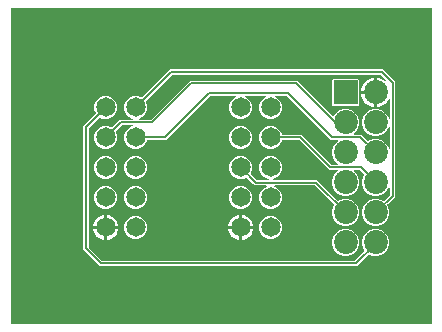
<source format=gbr>
G04 EAGLE Gerber X2 export*
%TF.Part,Single*%
%TF.FileFunction,Copper,L2,Bot,Mixed*%
%TF.FilePolarity,Positive*%
%TF.GenerationSoftware,Autodesk,EAGLE,8.6.3*%
%TF.CreationDate,2023-09-30T00:22:19Z*%
G75*
%MOMM*%
%FSLAX34Y34*%
%LPD*%
%AMOC8*
5,1,8,0,0,1.08239X$1,22.5*%
G01*
%ADD10C,1.650000*%
%ADD11R,2.025000X2.025000*%
%ADD12C,2.025000*%
%ADD13C,0.152400*%

G36*
X330208Y-25898D02*
X330208Y-25898D01*
X330217Y-25899D01*
X330305Y-25878D01*
X330395Y-25860D01*
X330402Y-25855D01*
X330410Y-25853D01*
X330483Y-25799D01*
X330559Y-25747D01*
X330563Y-25740D01*
X330570Y-25735D01*
X330617Y-25657D01*
X330666Y-25580D01*
X330667Y-25571D01*
X330672Y-25564D01*
X330699Y-25400D01*
X330699Y241300D01*
X330698Y241308D01*
X330699Y241317D01*
X330678Y241405D01*
X330660Y241495D01*
X330655Y241502D01*
X330653Y241510D01*
X330599Y241583D01*
X330547Y241659D01*
X330540Y241663D01*
X330535Y241670D01*
X330457Y241717D01*
X330380Y241766D01*
X330371Y241767D01*
X330364Y241772D01*
X330200Y241799D01*
X-25400Y241799D01*
X-25408Y241798D01*
X-25417Y241799D01*
X-25505Y241778D01*
X-25595Y241760D01*
X-25602Y241755D01*
X-25610Y241753D01*
X-25684Y241699D01*
X-25759Y241647D01*
X-25763Y241640D01*
X-25770Y241635D01*
X-25817Y241557D01*
X-25866Y241480D01*
X-25867Y241471D01*
X-25872Y241464D01*
X-25899Y241300D01*
X-25899Y-25400D01*
X-25898Y-25408D01*
X-25899Y-25417D01*
X-25878Y-25505D01*
X-25860Y-25595D01*
X-25855Y-25602D01*
X-25853Y-25610D01*
X-25799Y-25683D01*
X-25747Y-25759D01*
X-25740Y-25763D01*
X-25735Y-25770D01*
X-25657Y-25817D01*
X-25580Y-25866D01*
X-25571Y-25867D01*
X-25564Y-25872D01*
X-25400Y-25899D01*
X330200Y-25899D01*
X330208Y-25898D01*
G37*
%LPC*%
G36*
X280893Y56930D02*
X280893Y56930D01*
X276611Y58704D01*
X273334Y61981D01*
X271560Y66263D01*
X271560Y70897D01*
X273334Y75179D01*
X276611Y78456D01*
X280893Y80230D01*
X285527Y80230D01*
X289531Y78571D01*
X289542Y78569D01*
X289551Y78564D01*
X289639Y78550D01*
X289727Y78533D01*
X289737Y78535D01*
X289747Y78534D01*
X289834Y78556D01*
X289921Y78574D01*
X289930Y78580D01*
X289940Y78583D01*
X290075Y78679D01*
X295128Y83732D01*
X295135Y83743D01*
X295145Y83750D01*
X295190Y83825D01*
X295238Y83898D01*
X295240Y83910D01*
X295247Y83921D01*
X295274Y84085D01*
X295274Y90154D01*
X295274Y90156D01*
X295274Y90158D01*
X295254Y90252D01*
X295235Y90349D01*
X295233Y90350D01*
X295233Y90352D01*
X295177Y90433D01*
X295122Y90512D01*
X295120Y90514D01*
X295119Y90515D01*
X295036Y90567D01*
X294955Y90619D01*
X294952Y90620D01*
X294951Y90621D01*
X294855Y90636D01*
X294758Y90653D01*
X294756Y90652D01*
X294754Y90652D01*
X294660Y90629D01*
X294565Y90607D01*
X294563Y90605D01*
X294561Y90605D01*
X294482Y90545D01*
X294405Y90489D01*
X294404Y90487D01*
X294402Y90486D01*
X294314Y90345D01*
X293086Y87381D01*
X289809Y84104D01*
X285527Y82330D01*
X280893Y82330D01*
X276611Y84104D01*
X273334Y87381D01*
X271560Y91663D01*
X271560Y96297D01*
X273219Y100301D01*
X273221Y100312D01*
X273226Y100321D01*
X273240Y100409D01*
X273257Y100497D01*
X273255Y100507D01*
X273256Y100517D01*
X273234Y100604D01*
X273216Y100691D01*
X273210Y100700D01*
X273207Y100710D01*
X273111Y100845D01*
X269709Y104247D01*
X269698Y104254D01*
X269691Y104264D01*
X269616Y104309D01*
X269543Y104357D01*
X269531Y104359D01*
X269520Y104366D01*
X269356Y104393D01*
X265077Y104393D01*
X265073Y104392D01*
X265069Y104393D01*
X264976Y104373D01*
X264882Y104354D01*
X264879Y104351D01*
X264875Y104350D01*
X264797Y104295D01*
X264718Y104241D01*
X264716Y104238D01*
X264713Y104235D01*
X264663Y104154D01*
X264611Y104074D01*
X264611Y104069D01*
X264608Y104066D01*
X264594Y103972D01*
X264578Y103877D01*
X264579Y103873D01*
X264579Y103869D01*
X264602Y103777D01*
X264624Y103684D01*
X264627Y103681D01*
X264628Y103677D01*
X264724Y103541D01*
X267686Y100579D01*
X269460Y96297D01*
X269460Y91663D01*
X267686Y87381D01*
X264409Y84104D01*
X260127Y82330D01*
X255493Y82330D01*
X251211Y84104D01*
X247934Y87381D01*
X246160Y91663D01*
X246160Y96297D01*
X247934Y100579D01*
X250896Y103541D01*
X250898Y103545D01*
X250902Y103547D01*
X250953Y103627D01*
X251006Y103707D01*
X251006Y103711D01*
X251009Y103714D01*
X251024Y103808D01*
X251042Y103902D01*
X251041Y103906D01*
X251042Y103911D01*
X251020Y104002D01*
X250999Y104096D01*
X250997Y104100D01*
X250996Y104104D01*
X250940Y104180D01*
X250884Y104259D01*
X250880Y104261D01*
X250878Y104264D01*
X250796Y104313D01*
X250715Y104363D01*
X250710Y104363D01*
X250707Y104366D01*
X250543Y104393D01*
X244036Y104393D01*
X218782Y129647D01*
X218771Y129654D01*
X218764Y129664D01*
X218689Y129709D01*
X218616Y129757D01*
X218604Y129759D01*
X218593Y129766D01*
X218429Y129793D01*
X204276Y129793D01*
X204266Y129791D01*
X204256Y129793D01*
X204169Y129772D01*
X204082Y129754D01*
X204073Y129748D01*
X204063Y129745D01*
X203991Y129692D01*
X203918Y129641D01*
X203912Y129632D01*
X203904Y129626D01*
X203815Y129485D01*
X202597Y126543D01*
X199847Y123793D01*
X196254Y122305D01*
X192366Y122305D01*
X188773Y123793D01*
X186023Y126543D01*
X184535Y130136D01*
X184535Y134024D01*
X186023Y137617D01*
X188773Y140367D01*
X192366Y141855D01*
X196254Y141855D01*
X199847Y140367D01*
X202597Y137617D01*
X203815Y134675D01*
X203821Y134666D01*
X203824Y134656D01*
X203876Y134584D01*
X203926Y134510D01*
X203935Y134504D01*
X203941Y134496D01*
X204018Y134451D01*
X204093Y134402D01*
X204103Y134400D01*
X204112Y134394D01*
X204276Y134367D01*
X220530Y134367D01*
X245784Y109113D01*
X245795Y109106D01*
X245802Y109096D01*
X245877Y109051D01*
X245950Y109003D01*
X245962Y109001D01*
X245973Y108994D01*
X246137Y108967D01*
X250543Y108967D01*
X250547Y108968D01*
X250551Y108967D01*
X250644Y108987D01*
X250738Y109006D01*
X250741Y109009D01*
X250745Y109010D01*
X250823Y109065D01*
X250902Y109119D01*
X250904Y109122D01*
X250907Y109125D01*
X250957Y109206D01*
X251009Y109286D01*
X251009Y109291D01*
X251012Y109294D01*
X251026Y109388D01*
X251042Y109483D01*
X251041Y109487D01*
X251041Y109491D01*
X251018Y109583D01*
X250996Y109676D01*
X250993Y109679D01*
X250992Y109683D01*
X250896Y109819D01*
X247934Y112781D01*
X246160Y117063D01*
X246160Y121697D01*
X247934Y125979D01*
X251023Y129068D01*
X251025Y129072D01*
X251029Y129074D01*
X251080Y129154D01*
X251133Y129234D01*
X251133Y129238D01*
X251136Y129241D01*
X251151Y129334D01*
X251169Y129429D01*
X251168Y129433D01*
X251169Y129438D01*
X251147Y129529D01*
X251126Y129623D01*
X251124Y129627D01*
X251123Y129631D01*
X251067Y129707D01*
X251011Y129786D01*
X251007Y129788D01*
X251005Y129791D01*
X250923Y129840D01*
X250842Y129890D01*
X250837Y129890D01*
X250834Y129893D01*
X250670Y129920D01*
X245179Y129920D01*
X207987Y167112D01*
X207976Y167119D01*
X207969Y167129D01*
X207894Y167174D01*
X207821Y167222D01*
X207809Y167224D01*
X207798Y167231D01*
X207634Y167258D01*
X198756Y167258D01*
X198754Y167258D01*
X198752Y167258D01*
X198657Y167238D01*
X198561Y167219D01*
X198559Y167217D01*
X198557Y167217D01*
X198476Y167161D01*
X198397Y167106D01*
X198396Y167104D01*
X198394Y167103D01*
X198342Y167020D01*
X198290Y166939D01*
X198289Y166936D01*
X198288Y166935D01*
X198273Y166839D01*
X198257Y166742D01*
X198257Y166740D01*
X198257Y166738D01*
X198280Y166644D01*
X198303Y166549D01*
X198304Y166547D01*
X198304Y166545D01*
X198364Y166466D01*
X198421Y166389D01*
X198422Y166388D01*
X198424Y166386D01*
X198565Y166298D01*
X199847Y165767D01*
X202597Y163017D01*
X204085Y159424D01*
X204085Y155536D01*
X202597Y151943D01*
X199847Y149193D01*
X196254Y147705D01*
X192366Y147705D01*
X188773Y149193D01*
X186023Y151943D01*
X184535Y155536D01*
X184535Y159424D01*
X186023Y163017D01*
X188773Y165767D01*
X190055Y166298D01*
X190057Y166299D01*
X190059Y166299D01*
X190139Y166354D01*
X190220Y166409D01*
X190221Y166411D01*
X190223Y166412D01*
X190275Y166493D01*
X190329Y166576D01*
X190329Y166578D01*
X190330Y166579D01*
X190346Y166675D01*
X190363Y166771D01*
X190363Y166773D01*
X190363Y166776D01*
X190341Y166869D01*
X190319Y166965D01*
X190318Y166967D01*
X190317Y166969D01*
X190260Y167046D01*
X190202Y167126D01*
X190201Y167127D01*
X190199Y167129D01*
X190116Y167178D01*
X190032Y167229D01*
X190030Y167229D01*
X190028Y167231D01*
X189864Y167258D01*
X173356Y167258D01*
X173354Y167258D01*
X173352Y167258D01*
X173257Y167238D01*
X173161Y167219D01*
X173159Y167217D01*
X173157Y167217D01*
X173076Y167161D01*
X172997Y167106D01*
X172996Y167104D01*
X172994Y167103D01*
X172942Y167020D01*
X172890Y166939D01*
X172889Y166936D01*
X172888Y166935D01*
X172873Y166839D01*
X172857Y166742D01*
X172857Y166740D01*
X172857Y166738D01*
X172880Y166644D01*
X172903Y166549D01*
X172904Y166547D01*
X172904Y166545D01*
X172964Y166466D01*
X173021Y166389D01*
X173022Y166388D01*
X173024Y166386D01*
X173165Y166298D01*
X174447Y165767D01*
X177197Y163017D01*
X178685Y159424D01*
X178685Y155536D01*
X177197Y151943D01*
X174447Y149193D01*
X170854Y147705D01*
X166966Y147705D01*
X163373Y149193D01*
X160623Y151943D01*
X159135Y155536D01*
X159135Y159424D01*
X160623Y163017D01*
X163373Y165767D01*
X164655Y166298D01*
X164657Y166299D01*
X164659Y166299D01*
X164739Y166354D01*
X164820Y166409D01*
X164821Y166411D01*
X164823Y166412D01*
X164875Y166493D01*
X164929Y166576D01*
X164929Y166578D01*
X164930Y166579D01*
X164946Y166675D01*
X164963Y166771D01*
X164963Y166773D01*
X164963Y166776D01*
X164941Y166869D01*
X164919Y166965D01*
X164918Y166967D01*
X164917Y166969D01*
X164860Y167046D01*
X164802Y167126D01*
X164801Y167127D01*
X164799Y167129D01*
X164716Y167178D01*
X164632Y167229D01*
X164630Y167229D01*
X164628Y167231D01*
X164464Y167258D01*
X143267Y167258D01*
X143255Y167256D01*
X143242Y167258D01*
X143158Y167236D01*
X143072Y167219D01*
X143062Y167212D01*
X143050Y167208D01*
X142914Y167112D01*
X105595Y129793D01*
X89976Y129793D01*
X89966Y129791D01*
X89956Y129793D01*
X89869Y129772D01*
X89782Y129754D01*
X89773Y129748D01*
X89763Y129745D01*
X89691Y129692D01*
X89618Y129641D01*
X89612Y129632D01*
X89604Y129626D01*
X89515Y129485D01*
X88297Y126543D01*
X85547Y123793D01*
X81954Y122305D01*
X78066Y122305D01*
X74473Y123793D01*
X71723Y126543D01*
X70235Y130136D01*
X70235Y134024D01*
X71723Y137617D01*
X74473Y140367D01*
X77288Y141533D01*
X77290Y141534D01*
X77292Y141534D01*
X77372Y141589D01*
X77453Y141644D01*
X77454Y141646D01*
X77456Y141647D01*
X77508Y141728D01*
X77562Y141811D01*
X77562Y141813D01*
X77563Y141814D01*
X77579Y141910D01*
X77596Y142006D01*
X77596Y142008D01*
X77596Y142011D01*
X77574Y142104D01*
X77552Y142200D01*
X77551Y142202D01*
X77550Y142204D01*
X77494Y142281D01*
X77436Y142361D01*
X77434Y142362D01*
X77432Y142364D01*
X77349Y142413D01*
X77265Y142464D01*
X77263Y142464D01*
X77261Y142466D01*
X77097Y142493D01*
X68464Y142493D01*
X68452Y142491D01*
X68439Y142493D01*
X68355Y142471D01*
X68269Y142454D01*
X68259Y142447D01*
X68247Y142443D01*
X68111Y142347D01*
X63274Y137510D01*
X63269Y137502D01*
X63260Y137495D01*
X63214Y137419D01*
X63165Y137345D01*
X63163Y137334D01*
X63157Y137325D01*
X63145Y137237D01*
X63128Y137149D01*
X63130Y137139D01*
X63129Y137128D01*
X63166Y136966D01*
X64385Y134024D01*
X64385Y130136D01*
X62897Y126543D01*
X60147Y123793D01*
X56554Y122305D01*
X52666Y122305D01*
X49073Y123793D01*
X46323Y126543D01*
X44835Y130136D01*
X44835Y134024D01*
X46323Y137617D01*
X49073Y140367D01*
X52666Y141855D01*
X56554Y141855D01*
X59496Y140636D01*
X59507Y140634D01*
X59516Y140629D01*
X59604Y140615D01*
X59691Y140598D01*
X59702Y140600D01*
X59712Y140599D01*
X59799Y140621D01*
X59886Y140639D01*
X59895Y140645D01*
X59905Y140648D01*
X60040Y140744D01*
X66363Y147067D01*
X77097Y147067D01*
X77099Y147067D01*
X77102Y147067D01*
X77196Y147087D01*
X77292Y147106D01*
X77294Y147108D01*
X77296Y147108D01*
X77377Y147164D01*
X77456Y147219D01*
X77457Y147221D01*
X77459Y147222D01*
X77511Y147305D01*
X77563Y147386D01*
X77564Y147389D01*
X77565Y147390D01*
X77580Y147486D01*
X77596Y147583D01*
X77596Y147585D01*
X77596Y147587D01*
X77573Y147681D01*
X77550Y147776D01*
X77549Y147778D01*
X77549Y147780D01*
X77489Y147859D01*
X77432Y147936D01*
X77431Y147937D01*
X77429Y147939D01*
X77288Y148027D01*
X74473Y149193D01*
X71723Y151943D01*
X70235Y155536D01*
X70235Y159424D01*
X71723Y163017D01*
X74473Y165767D01*
X78066Y167255D01*
X81954Y167255D01*
X84896Y166036D01*
X84907Y166034D01*
X84916Y166029D01*
X85004Y166015D01*
X85091Y165998D01*
X85102Y166000D01*
X85112Y165999D01*
X85199Y166021D01*
X85286Y166039D01*
X85295Y166045D01*
X85305Y166048D01*
X85440Y166144D01*
X109035Y189739D01*
X289364Y189739D01*
X299848Y179255D01*
X299848Y81984D01*
X293309Y75445D01*
X293304Y75437D01*
X293295Y75431D01*
X293249Y75354D01*
X293200Y75280D01*
X293198Y75269D01*
X293192Y75260D01*
X293180Y75172D01*
X293163Y75084D01*
X293166Y75074D01*
X293164Y75064D01*
X293201Y74901D01*
X294860Y70897D01*
X294860Y66263D01*
X293086Y61981D01*
X289809Y58704D01*
X285527Y56930D01*
X280893Y56930D01*
G37*
%LPD*%
G36*
X294789Y122708D02*
X294789Y122708D01*
X294792Y122707D01*
X294885Y122730D01*
X294981Y122752D01*
X294983Y122753D01*
X294985Y122753D01*
X295062Y122810D01*
X295142Y122868D01*
X295143Y122870D01*
X295145Y122871D01*
X295194Y122954D01*
X295245Y123038D01*
X295245Y123041D01*
X295247Y123042D01*
X295274Y123206D01*
X295274Y140954D01*
X295274Y140956D01*
X295274Y140958D01*
X295254Y141052D01*
X295235Y141148D01*
X295233Y141150D01*
X295233Y141152D01*
X295177Y141233D01*
X295122Y141312D01*
X295120Y141314D01*
X295119Y141315D01*
X295036Y141367D01*
X294955Y141419D01*
X294952Y141420D01*
X294951Y141421D01*
X294855Y141436D01*
X294758Y141453D01*
X294756Y141452D01*
X294754Y141452D01*
X294660Y141429D01*
X294565Y141407D01*
X294563Y141405D01*
X294561Y141405D01*
X294482Y141345D01*
X294405Y141289D01*
X294404Y141287D01*
X294402Y141286D01*
X294314Y141145D01*
X293086Y138181D01*
X289809Y134904D01*
X285527Y133130D01*
X280893Y133130D01*
X276611Y134904D01*
X273334Y138181D01*
X271560Y142463D01*
X271560Y147097D01*
X273334Y151379D01*
X276611Y154656D01*
X280893Y156430D01*
X285527Y156430D01*
X289809Y154656D01*
X293086Y151379D01*
X294314Y148415D01*
X294315Y148414D01*
X294315Y148412D01*
X294370Y148332D01*
X294425Y148250D01*
X294427Y148249D01*
X294428Y148248D01*
X294509Y148196D01*
X294592Y148142D01*
X294594Y148142D01*
X294595Y148141D01*
X294691Y148124D01*
X294787Y148107D01*
X294789Y148108D01*
X294792Y148107D01*
X294885Y148130D01*
X294981Y148152D01*
X294983Y148153D01*
X294985Y148153D01*
X295062Y148210D01*
X295142Y148268D01*
X295143Y148270D01*
X295145Y148271D01*
X295194Y148354D01*
X295245Y148438D01*
X295245Y148441D01*
X295247Y148442D01*
X295274Y148606D01*
X295274Y163879D01*
X295258Y163960D01*
X295247Y164041D01*
X295238Y164057D01*
X295235Y164074D01*
X295188Y164142D01*
X295146Y164213D01*
X295132Y164223D01*
X295122Y164238D01*
X295053Y164282D01*
X294987Y164331D01*
X294970Y164336D01*
X294955Y164345D01*
X294874Y164359D01*
X294794Y164378D01*
X294776Y164375D01*
X294758Y164378D01*
X294679Y164359D01*
X294597Y164346D01*
X294582Y164336D01*
X294565Y164332D01*
X294499Y164283D01*
X294429Y164239D01*
X294418Y164224D01*
X294405Y164214D01*
X294382Y164176D01*
X294330Y164106D01*
X294043Y163542D01*
X292871Y161929D01*
X291461Y160519D01*
X289848Y159347D01*
X288072Y158442D01*
X286176Y157826D01*
X284209Y157515D01*
X284209Y169680D01*
X284208Y169688D01*
X284209Y169696D01*
X284188Y169785D01*
X284170Y169875D01*
X284165Y169882D01*
X284163Y169890D01*
X284109Y169963D01*
X284057Y170039D01*
X284050Y170043D01*
X284045Y170050D01*
X283967Y170096D01*
X283890Y170146D01*
X283881Y170147D01*
X283874Y170151D01*
X283710Y170179D01*
X283209Y170179D01*
X283209Y170181D01*
X283710Y170181D01*
X283718Y170183D01*
X283726Y170181D01*
X283815Y170202D01*
X283905Y170220D01*
X283912Y170225D01*
X283920Y170227D01*
X283993Y170281D01*
X284069Y170333D01*
X284073Y170340D01*
X284080Y170345D01*
X284126Y170423D01*
X284176Y170501D01*
X284177Y170509D01*
X284181Y170516D01*
X284209Y170680D01*
X284209Y182845D01*
X286176Y182534D01*
X288072Y181918D01*
X289848Y181013D01*
X291204Y180028D01*
X291259Y180003D01*
X291310Y179969D01*
X291349Y179962D01*
X291385Y179945D01*
X291446Y179944D01*
X291505Y179933D01*
X291544Y179941D01*
X291583Y179940D01*
X291640Y179962D01*
X291700Y179975D01*
X291732Y179998D01*
X291769Y180013D01*
X291812Y180055D01*
X291862Y180091D01*
X291882Y180124D01*
X291911Y180152D01*
X291934Y180208D01*
X291966Y180260D01*
X291972Y180299D01*
X291987Y180335D01*
X291987Y180396D01*
X291996Y180457D01*
X291986Y180495D01*
X291986Y180534D01*
X291962Y180590D01*
X291947Y180649D01*
X291920Y180686D01*
X291907Y180717D01*
X291876Y180749D01*
X291850Y180785D01*
X287616Y185019D01*
X287605Y185026D01*
X287598Y185036D01*
X287523Y185081D01*
X287450Y185129D01*
X287438Y185131D01*
X287427Y185138D01*
X287263Y185165D01*
X111136Y185165D01*
X111124Y185163D01*
X111111Y185165D01*
X111027Y185143D01*
X110941Y185126D01*
X110931Y185119D01*
X110919Y185115D01*
X110783Y185019D01*
X88674Y162910D01*
X88669Y162902D01*
X88660Y162895D01*
X88614Y162819D01*
X88565Y162745D01*
X88563Y162734D01*
X88557Y162725D01*
X88545Y162637D01*
X88528Y162549D01*
X88530Y162539D01*
X88529Y162528D01*
X88566Y162366D01*
X89785Y159424D01*
X89785Y155536D01*
X88297Y151943D01*
X85547Y149193D01*
X82732Y148027D01*
X82730Y148026D01*
X82728Y148026D01*
X82648Y147971D01*
X82567Y147916D01*
X82566Y147914D01*
X82564Y147913D01*
X82512Y147832D01*
X82458Y147749D01*
X82458Y147747D01*
X82457Y147746D01*
X82441Y147650D01*
X82424Y147554D01*
X82424Y147552D01*
X82424Y147549D01*
X82446Y147456D01*
X82468Y147360D01*
X82469Y147358D01*
X82470Y147356D01*
X82526Y147279D01*
X82584Y147199D01*
X82586Y147198D01*
X82588Y147196D01*
X82671Y147147D01*
X82755Y147096D01*
X82757Y147096D01*
X82759Y147094D01*
X82923Y147067D01*
X92826Y147067D01*
X92838Y147069D01*
X92851Y147067D01*
X92935Y147089D01*
X93021Y147106D01*
X93031Y147113D01*
X93043Y147117D01*
X93179Y147213D01*
X126053Y180087D01*
X216847Y180087D01*
X246709Y150225D01*
X246714Y150222D01*
X246718Y150217D01*
X246797Y150167D01*
X246875Y150115D01*
X246881Y150114D01*
X246886Y150111D01*
X246978Y150096D01*
X247070Y150079D01*
X247076Y150080D01*
X247082Y150079D01*
X247172Y150102D01*
X247264Y150122D01*
X247269Y150126D01*
X247275Y150127D01*
X247350Y150183D01*
X247426Y150237D01*
X247430Y150242D01*
X247435Y150246D01*
X247523Y150387D01*
X247934Y151379D01*
X251211Y154656D01*
X255493Y156430D01*
X260127Y156430D01*
X264409Y154656D01*
X267686Y151379D01*
X269460Y147097D01*
X269460Y142463D01*
X267686Y138181D01*
X264851Y135346D01*
X264849Y135342D01*
X264845Y135340D01*
X264794Y135260D01*
X264741Y135180D01*
X264741Y135176D01*
X264738Y135173D01*
X264723Y135079D01*
X264705Y134985D01*
X264706Y134981D01*
X264705Y134976D01*
X264727Y134885D01*
X264748Y134791D01*
X264750Y134787D01*
X264751Y134783D01*
X264807Y134707D01*
X264863Y134628D01*
X264867Y134626D01*
X264869Y134623D01*
X264951Y134574D01*
X265032Y134524D01*
X265037Y134524D01*
X265040Y134521D01*
X265204Y134494D01*
X271330Y134494D01*
X276345Y129479D01*
X276353Y129474D01*
X276359Y129465D01*
X276436Y129419D01*
X276510Y129370D01*
X276521Y129368D01*
X276530Y129362D01*
X276618Y129350D01*
X276706Y129333D01*
X276716Y129336D01*
X276726Y129334D01*
X276889Y129371D01*
X280893Y131030D01*
X285527Y131030D01*
X289809Y129256D01*
X293086Y125979D01*
X294314Y123015D01*
X294315Y123014D01*
X294315Y123011D01*
X294370Y122932D01*
X294425Y122850D01*
X294427Y122849D01*
X294428Y122848D01*
X294509Y122796D01*
X294592Y122742D01*
X294594Y122742D01*
X294595Y122741D01*
X294691Y122724D01*
X294787Y122707D01*
X294789Y122708D01*
G37*
%LPC*%
G36*
X49853Y23113D02*
X49853Y23113D01*
X48367Y24599D01*
X37299Y35667D01*
X35813Y37153D01*
X35813Y141917D01*
X37299Y143403D01*
X45946Y152050D01*
X45951Y152058D01*
X45960Y152065D01*
X46006Y152141D01*
X46055Y152215D01*
X46057Y152226D01*
X46063Y152235D01*
X46075Y152323D01*
X46092Y152411D01*
X46090Y152421D01*
X46091Y152432D01*
X46054Y152594D01*
X44835Y155536D01*
X44835Y159424D01*
X46323Y163017D01*
X49073Y165767D01*
X52666Y167255D01*
X56554Y167255D01*
X60147Y165767D01*
X62897Y163017D01*
X64385Y159424D01*
X64385Y155536D01*
X62897Y151943D01*
X60147Y149193D01*
X56554Y147705D01*
X52666Y147705D01*
X49724Y148924D01*
X49713Y148926D01*
X49704Y148931D01*
X49616Y148945D01*
X49529Y148962D01*
X49518Y148960D01*
X49508Y148961D01*
X49421Y148939D01*
X49334Y148921D01*
X49325Y148915D01*
X49315Y148912D01*
X49180Y148816D01*
X40533Y140169D01*
X40526Y140158D01*
X40516Y140151D01*
X40471Y140076D01*
X40423Y140003D01*
X40421Y139991D01*
X40414Y139980D01*
X40387Y139816D01*
X40387Y39254D01*
X40389Y39242D01*
X40387Y39229D01*
X40409Y39145D01*
X40426Y39059D01*
X40433Y39049D01*
X40437Y39037D01*
X40533Y38901D01*
X51601Y27833D01*
X51612Y27826D01*
X51619Y27816D01*
X51694Y27771D01*
X51767Y27723D01*
X51779Y27721D01*
X51790Y27714D01*
X51954Y27687D01*
X265546Y27687D01*
X265558Y27689D01*
X265571Y27687D01*
X265655Y27709D01*
X265741Y27726D01*
X265751Y27733D01*
X265763Y27737D01*
X265899Y27833D01*
X273637Y35571D01*
X273642Y35578D01*
X273649Y35583D01*
X273697Y35661D01*
X273747Y35737D01*
X273749Y35745D01*
X273753Y35753D01*
X273767Y35843D01*
X273784Y35933D01*
X273782Y35941D01*
X273783Y35949D01*
X273761Y36037D01*
X273741Y36127D01*
X273736Y36134D01*
X273734Y36142D01*
X273637Y36277D01*
X273334Y36581D01*
X271560Y40863D01*
X271560Y45497D01*
X273334Y49779D01*
X276611Y53056D01*
X280893Y54830D01*
X285527Y54830D01*
X289809Y53056D01*
X293086Y49779D01*
X294860Y45497D01*
X294860Y40863D01*
X293086Y36581D01*
X289809Y33304D01*
X285527Y31530D01*
X280893Y31530D01*
X277787Y32817D01*
X277776Y32819D01*
X277767Y32824D01*
X277679Y32838D01*
X277591Y32855D01*
X277581Y32853D01*
X277571Y32854D01*
X277484Y32832D01*
X277397Y32814D01*
X277388Y32808D01*
X277378Y32805D01*
X277243Y32709D01*
X267647Y23113D01*
X49853Y23113D01*
G37*
%LPD*%
%LPC*%
G36*
X255493Y56930D02*
X255493Y56930D01*
X251211Y58704D01*
X247934Y61981D01*
X246160Y66263D01*
X246160Y70897D01*
X247819Y74901D01*
X247821Y74912D01*
X247826Y74921D01*
X247840Y75009D01*
X247857Y75097D01*
X247855Y75107D01*
X247856Y75117D01*
X247834Y75204D01*
X247816Y75291D01*
X247810Y75300D01*
X247807Y75310D01*
X247711Y75445D01*
X231863Y91293D01*
X231860Y91295D01*
X231857Y91297D01*
X231852Y91300D01*
X231845Y91310D01*
X231770Y91355D01*
X231697Y91403D01*
X231685Y91405D01*
X231674Y91412D01*
X231510Y91439D01*
X197836Y91439D01*
X197834Y91439D01*
X197832Y91439D01*
X197737Y91419D01*
X197641Y91400D01*
X197639Y91398D01*
X197637Y91398D01*
X197557Y91342D01*
X197477Y91287D01*
X197476Y91285D01*
X197474Y91284D01*
X197422Y91201D01*
X197370Y91120D01*
X197370Y91117D01*
X197369Y91116D01*
X197353Y91020D01*
X197337Y90923D01*
X197337Y90921D01*
X197337Y90919D01*
X197360Y90825D01*
X197383Y90730D01*
X197384Y90728D01*
X197385Y90726D01*
X197444Y90647D01*
X197501Y90570D01*
X197503Y90569D01*
X197504Y90567D01*
X197645Y90479D01*
X199847Y89567D01*
X202597Y86817D01*
X204085Y83224D01*
X204085Y79336D01*
X202597Y75743D01*
X199847Y72993D01*
X196254Y71505D01*
X192366Y71505D01*
X188773Y72993D01*
X186023Y75743D01*
X184535Y79336D01*
X184535Y83224D01*
X186023Y86817D01*
X188773Y89567D01*
X190975Y90479D01*
X190977Y90480D01*
X190979Y90480D01*
X191059Y90535D01*
X191140Y90590D01*
X191141Y90592D01*
X191143Y90593D01*
X191195Y90674D01*
X191249Y90757D01*
X191249Y90759D01*
X191250Y90760D01*
X191266Y90856D01*
X191283Y90952D01*
X191283Y90954D01*
X191283Y90957D01*
X191261Y91050D01*
X191239Y91146D01*
X191238Y91148D01*
X191237Y91150D01*
X191181Y91227D01*
X191122Y91307D01*
X191120Y91308D01*
X191119Y91310D01*
X191036Y91359D01*
X190952Y91410D01*
X190950Y91410D01*
X190948Y91412D01*
X190784Y91439D01*
X180917Y91439D01*
X179431Y92925D01*
X174340Y98016D01*
X174332Y98021D01*
X174326Y98030D01*
X174249Y98076D01*
X174175Y98125D01*
X174164Y98127D01*
X174155Y98133D01*
X174067Y98145D01*
X173979Y98162D01*
X173969Y98160D01*
X173958Y98161D01*
X173796Y98124D01*
X170854Y96905D01*
X166966Y96905D01*
X163373Y98393D01*
X160623Y101143D01*
X159135Y104736D01*
X159135Y108624D01*
X160623Y112217D01*
X163373Y114967D01*
X166966Y116455D01*
X170854Y116455D01*
X174447Y114967D01*
X177197Y112217D01*
X178685Y108624D01*
X178685Y104736D01*
X177466Y101794D01*
X177464Y101783D01*
X177459Y101774D01*
X177445Y101686D01*
X177428Y101598D01*
X177430Y101588D01*
X177429Y101578D01*
X177451Y101491D01*
X177469Y101404D01*
X177475Y101395D01*
X177478Y101385D01*
X177574Y101250D01*
X182665Y96159D01*
X182676Y96152D01*
X182683Y96142D01*
X182758Y96097D01*
X182831Y96049D01*
X182843Y96047D01*
X182854Y96040D01*
X183018Y96013D01*
X192011Y96013D01*
X192013Y96013D01*
X192015Y96013D01*
X192109Y96033D01*
X192205Y96052D01*
X192207Y96054D01*
X192209Y96054D01*
X192290Y96110D01*
X192369Y96165D01*
X192370Y96167D01*
X192372Y96168D01*
X192424Y96251D01*
X192476Y96332D01*
X192477Y96335D01*
X192478Y96336D01*
X192493Y96432D01*
X192510Y96529D01*
X192509Y96531D01*
X192509Y96533D01*
X192486Y96627D01*
X192464Y96722D01*
X192462Y96724D01*
X192462Y96726D01*
X192402Y96805D01*
X192346Y96882D01*
X192344Y96883D01*
X192343Y96885D01*
X192202Y96973D01*
X188773Y98393D01*
X186023Y101143D01*
X184535Y104736D01*
X184535Y108624D01*
X186023Y112217D01*
X188773Y114967D01*
X192366Y116455D01*
X196254Y116455D01*
X199847Y114967D01*
X202597Y112217D01*
X204085Y108624D01*
X204085Y104736D01*
X202597Y101143D01*
X199847Y98393D01*
X196418Y96973D01*
X196417Y96972D01*
X196415Y96972D01*
X196335Y96917D01*
X196253Y96862D01*
X196252Y96860D01*
X196251Y96859D01*
X196198Y96776D01*
X196145Y96695D01*
X196145Y96693D01*
X196144Y96692D01*
X196127Y96596D01*
X196110Y96500D01*
X196111Y96498D01*
X196110Y96495D01*
X196133Y96400D01*
X196155Y96306D01*
X196156Y96304D01*
X196156Y96302D01*
X196213Y96225D01*
X196271Y96145D01*
X196273Y96144D01*
X196274Y96142D01*
X196357Y96093D01*
X196441Y96042D01*
X196444Y96042D01*
X196445Y96040D01*
X196609Y96013D01*
X233611Y96013D01*
X235097Y94527D01*
X250945Y78679D01*
X250953Y78674D01*
X250959Y78665D01*
X251036Y78619D01*
X251110Y78570D01*
X251121Y78568D01*
X251130Y78562D01*
X251218Y78550D01*
X251306Y78533D01*
X251316Y78536D01*
X251326Y78534D01*
X251489Y78571D01*
X255493Y80230D01*
X260127Y80230D01*
X264409Y78456D01*
X267686Y75179D01*
X269460Y70897D01*
X269460Y66263D01*
X267686Y61981D01*
X264409Y58704D01*
X260127Y56930D01*
X255493Y56930D01*
G37*
%LPD*%
%LPC*%
G36*
X247053Y158530D02*
X247053Y158530D01*
X246160Y159423D01*
X246160Y180937D01*
X247053Y181830D01*
X268567Y181830D01*
X269460Y180937D01*
X269460Y159423D01*
X268567Y158530D01*
X247053Y158530D01*
G37*
%LPD*%
%LPC*%
G36*
X255493Y31530D02*
X255493Y31530D01*
X251211Y33304D01*
X247934Y36581D01*
X246160Y40863D01*
X246160Y45497D01*
X247934Y49779D01*
X251211Y53056D01*
X255493Y54830D01*
X260127Y54830D01*
X264409Y53056D01*
X267686Y49779D01*
X269460Y45497D01*
X269460Y40863D01*
X267686Y36581D01*
X264409Y33304D01*
X260127Y31530D01*
X255493Y31530D01*
G37*
%LPD*%
%LPC*%
G36*
X166966Y122305D02*
X166966Y122305D01*
X163373Y123793D01*
X160623Y126543D01*
X159135Y130136D01*
X159135Y134024D01*
X160623Y137617D01*
X163373Y140367D01*
X166966Y141855D01*
X170854Y141855D01*
X174447Y140367D01*
X177197Y137617D01*
X178685Y134024D01*
X178685Y130136D01*
X177197Y126543D01*
X174447Y123793D01*
X170854Y122305D01*
X166966Y122305D01*
G37*
%LPD*%
%LPC*%
G36*
X52666Y96905D02*
X52666Y96905D01*
X49073Y98393D01*
X46323Y101143D01*
X44835Y104736D01*
X44835Y108624D01*
X46323Y112217D01*
X49073Y114967D01*
X52666Y116455D01*
X56554Y116455D01*
X60147Y114967D01*
X62897Y112217D01*
X64385Y108624D01*
X64385Y104736D01*
X62897Y101143D01*
X60147Y98393D01*
X56554Y96905D01*
X52666Y96905D01*
G37*
%LPD*%
%LPC*%
G36*
X78066Y96905D02*
X78066Y96905D01*
X74473Y98393D01*
X71723Y101143D01*
X70235Y104736D01*
X70235Y108624D01*
X71723Y112217D01*
X74473Y114967D01*
X78066Y116455D01*
X81954Y116455D01*
X85547Y114967D01*
X88297Y112217D01*
X89785Y108624D01*
X89785Y104736D01*
X88297Y101143D01*
X85547Y98393D01*
X81954Y96905D01*
X78066Y96905D01*
G37*
%LPD*%
%LPC*%
G36*
X78066Y71505D02*
X78066Y71505D01*
X74473Y72993D01*
X71723Y75743D01*
X70235Y79336D01*
X70235Y83224D01*
X71723Y86817D01*
X74473Y89567D01*
X78066Y91055D01*
X81954Y91055D01*
X85547Y89567D01*
X88297Y86817D01*
X89785Y83224D01*
X89785Y79336D01*
X88297Y75743D01*
X85547Y72993D01*
X81954Y71505D01*
X78066Y71505D01*
G37*
%LPD*%
%LPC*%
G36*
X166966Y71505D02*
X166966Y71505D01*
X163373Y72993D01*
X160623Y75743D01*
X159135Y79336D01*
X159135Y83224D01*
X160623Y86817D01*
X163373Y89567D01*
X166966Y91055D01*
X170854Y91055D01*
X174447Y89567D01*
X177197Y86817D01*
X178685Y83224D01*
X178685Y79336D01*
X177197Y75743D01*
X174447Y72993D01*
X170854Y71505D01*
X166966Y71505D01*
G37*
%LPD*%
%LPC*%
G36*
X52666Y71505D02*
X52666Y71505D01*
X49073Y72993D01*
X46323Y75743D01*
X44835Y79336D01*
X44835Y83224D01*
X46323Y86817D01*
X49073Y89567D01*
X52666Y91055D01*
X56554Y91055D01*
X60147Y89567D01*
X62897Y86817D01*
X64385Y83224D01*
X64385Y79336D01*
X62897Y75743D01*
X60147Y72993D01*
X56554Y71505D01*
X52666Y71505D01*
G37*
%LPD*%
%LPC*%
G36*
X192366Y46105D02*
X192366Y46105D01*
X188773Y47593D01*
X186023Y50343D01*
X184535Y53936D01*
X184535Y57824D01*
X186023Y61417D01*
X188773Y64167D01*
X192366Y65655D01*
X196254Y65655D01*
X199847Y64167D01*
X202597Y61417D01*
X204085Y57824D01*
X204085Y53936D01*
X202597Y50343D01*
X199847Y47593D01*
X196254Y46105D01*
X192366Y46105D01*
G37*
%LPD*%
%LPC*%
G36*
X78066Y46105D02*
X78066Y46105D01*
X74473Y47593D01*
X71723Y50343D01*
X70235Y53936D01*
X70235Y57824D01*
X71723Y61417D01*
X74473Y64167D01*
X78066Y65655D01*
X81954Y65655D01*
X85547Y64167D01*
X88297Y61417D01*
X89785Y57824D01*
X89785Y53936D01*
X88297Y50343D01*
X85547Y47593D01*
X81954Y46105D01*
X78066Y46105D01*
G37*
%LPD*%
%LPC*%
G36*
X270545Y171179D02*
X270545Y171179D01*
X270856Y173146D01*
X271472Y175042D01*
X272377Y176818D01*
X273549Y178431D01*
X274959Y179841D01*
X276572Y181013D01*
X278348Y181918D01*
X280244Y182534D01*
X282211Y182845D01*
X282211Y171179D01*
X270545Y171179D01*
G37*
%LPD*%
%LPC*%
G36*
X280244Y157826D02*
X280244Y157826D01*
X278348Y158442D01*
X276572Y159347D01*
X274959Y160519D01*
X273549Y161929D01*
X272377Y163542D01*
X271472Y165318D01*
X270856Y167214D01*
X270545Y169181D01*
X282211Y169181D01*
X282211Y157515D01*
X280244Y157826D01*
G37*
%LPD*%
%LPC*%
G36*
X55609Y56879D02*
X55609Y56879D01*
X55609Y66647D01*
X57137Y66405D01*
X58752Y65880D01*
X60266Y65109D01*
X61640Y64111D01*
X62841Y62910D01*
X63839Y61536D01*
X64610Y60022D01*
X65135Y58407D01*
X65377Y56879D01*
X55609Y56879D01*
G37*
%LPD*%
%LPC*%
G36*
X169909Y56879D02*
X169909Y56879D01*
X169909Y66647D01*
X171437Y66405D01*
X173052Y65880D01*
X174566Y65109D01*
X175940Y64111D01*
X177141Y62910D01*
X178139Y61536D01*
X178910Y60022D01*
X179435Y58407D01*
X179677Y56879D01*
X169909Y56879D01*
G37*
%LPD*%
%LPC*%
G36*
X43843Y56879D02*
X43843Y56879D01*
X44085Y58407D01*
X44610Y60022D01*
X45381Y61536D01*
X46379Y62910D01*
X47580Y64111D01*
X48954Y65109D01*
X50468Y65880D01*
X52083Y66405D01*
X53611Y66647D01*
X53611Y56879D01*
X43843Y56879D01*
G37*
%LPD*%
%LPC*%
G36*
X158143Y56879D02*
X158143Y56879D01*
X158385Y58407D01*
X158910Y60022D01*
X159681Y61536D01*
X160679Y62910D01*
X161880Y64111D01*
X163254Y65109D01*
X164768Y65880D01*
X166383Y66405D01*
X167911Y66647D01*
X167911Y56879D01*
X158143Y56879D01*
G37*
%LPD*%
%LPC*%
G36*
X169909Y54881D02*
X169909Y54881D01*
X179677Y54881D01*
X179435Y53353D01*
X178910Y51738D01*
X178139Y50224D01*
X177141Y48850D01*
X175940Y47649D01*
X174566Y46651D01*
X173052Y45880D01*
X171437Y45355D01*
X169909Y45113D01*
X169909Y54881D01*
G37*
%LPD*%
%LPC*%
G36*
X55609Y54881D02*
X55609Y54881D01*
X65377Y54881D01*
X65135Y53353D01*
X64610Y51738D01*
X63839Y50224D01*
X62841Y48850D01*
X61640Y47649D01*
X60266Y46651D01*
X58752Y45880D01*
X57137Y45355D01*
X55609Y45113D01*
X55609Y54881D01*
G37*
%LPD*%
%LPC*%
G36*
X166383Y45355D02*
X166383Y45355D01*
X164768Y45880D01*
X163254Y46651D01*
X161880Y47649D01*
X160679Y48850D01*
X159681Y50224D01*
X158910Y51738D01*
X158385Y53353D01*
X158143Y54881D01*
X167911Y54881D01*
X167911Y45113D01*
X166383Y45355D01*
G37*
%LPD*%
%LPC*%
G36*
X52083Y45355D02*
X52083Y45355D01*
X50468Y45880D01*
X48954Y46651D01*
X47580Y47649D01*
X46379Y48850D01*
X45381Y50224D01*
X44610Y51738D01*
X44085Y53353D01*
X43843Y54881D01*
X53611Y54881D01*
X53611Y45113D01*
X52083Y45355D01*
G37*
%LPD*%
%LPC*%
G36*
X168909Y55879D02*
X168909Y55879D01*
X168909Y55881D01*
X168911Y55881D01*
X168911Y55879D01*
X168909Y55879D01*
G37*
%LPD*%
%LPC*%
G36*
X54609Y55879D02*
X54609Y55879D01*
X54609Y55881D01*
X54611Y55881D01*
X54611Y55879D01*
X54609Y55879D01*
G37*
%LPD*%
D10*
X80010Y157480D03*
X54610Y157480D03*
X80010Y132080D03*
X54610Y132080D03*
X80010Y106680D03*
X54610Y106680D03*
X54610Y81280D03*
X80010Y81280D03*
X54610Y55880D03*
X80010Y55880D03*
X194310Y157480D03*
X168910Y157480D03*
X194310Y132080D03*
X168910Y132080D03*
X194310Y106680D03*
X168910Y106680D03*
X168910Y81280D03*
X194310Y81280D03*
X168910Y55880D03*
X194310Y55880D03*
D11*
X257810Y170180D03*
D12*
X283210Y170180D03*
X257810Y144780D03*
X283210Y144780D03*
X257810Y119380D03*
X283210Y119380D03*
X257810Y93980D03*
X283210Y93980D03*
X257810Y68580D03*
X283210Y68580D03*
X257810Y43180D03*
X283210Y43180D03*
D13*
X54610Y157480D02*
X38100Y140970D01*
X38100Y38100D02*
X50800Y25400D01*
X266700Y25400D01*
X283210Y41910D01*
X283210Y43180D01*
X38100Y38100D02*
X38100Y140970D01*
X54610Y132080D02*
X67310Y144780D01*
X248920Y144780D02*
X257810Y144780D01*
X93980Y144780D02*
X67310Y144780D01*
X93980Y144780D02*
X127000Y177800D01*
X215900Y177800D01*
X248920Y144780D01*
X181864Y93726D02*
X168910Y106680D01*
X232664Y93726D02*
X257810Y68580D01*
X232664Y93726D02*
X181864Y93726D01*
X109982Y187452D02*
X80010Y157480D01*
X288417Y187452D02*
X297561Y178308D01*
X297561Y82931D01*
X283210Y68580D01*
X288417Y187452D02*
X109982Y187452D01*
X104648Y132080D02*
X80010Y132080D01*
X270383Y132207D02*
X283210Y119380D01*
X142113Y169545D02*
X104648Y132080D01*
X142113Y169545D02*
X208788Y169545D01*
X246126Y132207D01*
X270383Y132207D01*
X219583Y132080D02*
X194310Y132080D01*
X270510Y106680D02*
X283210Y93980D01*
X244983Y106680D02*
X219583Y132080D01*
X244983Y106680D02*
X270510Y106680D01*
M02*

</source>
